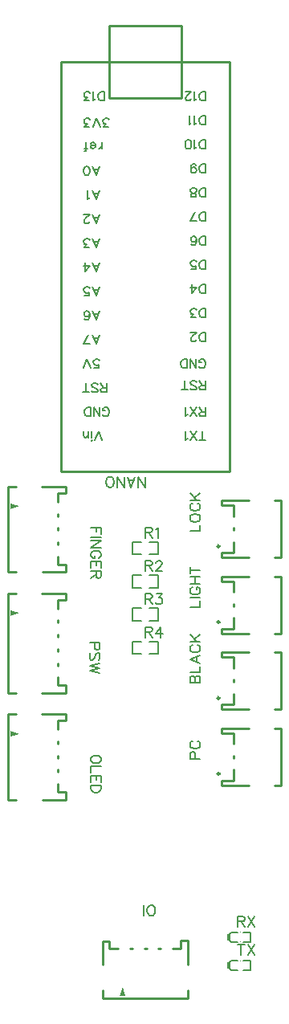
<source format=gto>
G04 Layer: TopSilkLayer*
G04 EasyEDA v6.4.25, 2021-11-07T18:49:49+08:00*
G04 17709bb464344bc48104dd2e4a5a7999,bf42d0b733a240ea811a95ecb7acc88b,10*
G04 Gerber Generator version 0.2*
G04 Scale: 100 percent, Rotated: No, Reflected: No *
G04 Dimensions in millimeters *
G04 leading zeros omitted , absolute positions ,4 integer and 5 decimal *
%FSLAX45Y45*%
%MOMM*%

%ADD10C,0.2540*%
%ADD22C,0.1524*%
%ADD23C,0.0762*%
%ADD24C,0.2032*%

%LPD*%
D22*
X1733397Y4713914D02*
G01*
X1624177Y4713914D01*
X1733397Y4713914D02*
G01*
X1733397Y4646350D01*
X1681327Y4713914D02*
G01*
X1681327Y4672258D01*
X1733397Y4612060D02*
G01*
X1624177Y4612060D01*
X1733397Y4577770D02*
G01*
X1624177Y4577770D01*
X1733397Y4577770D02*
G01*
X1624177Y4505126D01*
X1733397Y4505126D02*
G01*
X1624177Y4505126D01*
X1707235Y4392858D02*
G01*
X1717649Y4397938D01*
X1728063Y4408352D01*
X1733397Y4418766D01*
X1733397Y4439594D01*
X1728063Y4450008D01*
X1717649Y4460422D01*
X1707235Y4465502D01*
X1691741Y4470836D01*
X1665833Y4470836D01*
X1650085Y4465502D01*
X1639925Y4460422D01*
X1629511Y4450008D01*
X1624177Y4439594D01*
X1624177Y4418766D01*
X1629511Y4408352D01*
X1639925Y4397938D01*
X1650085Y4392858D01*
X1665833Y4392858D01*
X1665833Y4418766D02*
G01*
X1665833Y4392858D01*
X1733397Y4358568D02*
G01*
X1624177Y4358568D01*
X1733397Y4358568D02*
G01*
X1733397Y4291004D01*
X1681327Y4358568D02*
G01*
X1681327Y4316912D01*
X1624177Y4358568D02*
G01*
X1624177Y4291004D01*
X1733397Y4256714D02*
G01*
X1624177Y4256714D01*
X1733397Y4256714D02*
G01*
X1733397Y4209978D01*
X1728063Y4194230D01*
X1722983Y4189150D01*
X1712569Y4184070D01*
X1702155Y4184070D01*
X1691741Y4189150D01*
X1686661Y4194230D01*
X1681327Y4209978D01*
X1681327Y4256714D01*
X1681327Y4220392D02*
G01*
X1624177Y4184070D01*
X1733351Y2282672D02*
G01*
X1728017Y2293086D01*
X1717857Y2303500D01*
X1707443Y2308580D01*
X1691695Y2313914D01*
X1665787Y2313914D01*
X1650293Y2308580D01*
X1639879Y2303500D01*
X1629465Y2293086D01*
X1624131Y2282672D01*
X1624131Y2261844D01*
X1629465Y2251430D01*
X1639879Y2241270D01*
X1650293Y2235936D01*
X1665787Y2230856D01*
X1691695Y2230856D01*
X1707443Y2235936D01*
X1717857Y2241270D01*
X1728017Y2251430D01*
X1733351Y2261844D01*
X1733351Y2282672D01*
X1733351Y2196566D02*
G01*
X1624131Y2196566D01*
X1624131Y2196566D02*
G01*
X1624131Y2134082D01*
X1733351Y2099792D02*
G01*
X1624131Y2099792D01*
X1733351Y2099792D02*
G01*
X1733351Y2032228D01*
X1681281Y2099792D02*
G01*
X1681281Y2058390D01*
X1624131Y2099792D02*
G01*
X1624131Y2032228D01*
X1733351Y1997938D02*
G01*
X1624131Y1997938D01*
X1733351Y1997938D02*
G01*
X1733351Y1961616D01*
X1728017Y1946122D01*
X1717857Y1935708D01*
X1707443Y1930374D01*
X1691695Y1925294D01*
X1665787Y1925294D01*
X1650293Y1930374D01*
X1639879Y1935708D01*
X1629465Y1946122D01*
X1624131Y1961616D01*
X1624131Y1997938D01*
X2186177Y733297D02*
G01*
X2186177Y624331D01*
X2251456Y733297D02*
G01*
X2241295Y728218D01*
X2230881Y717804D01*
X2225547Y707389D01*
X2220468Y691895D01*
X2220468Y665734D01*
X2225547Y650239D01*
X2230881Y639826D01*
X2241295Y629412D01*
X2251456Y624331D01*
X2272284Y624331D01*
X2282697Y629412D01*
X2293111Y639826D01*
X2298445Y650239D01*
X2303525Y665734D01*
X2303525Y691895D01*
X2298445Y707389D01*
X2293111Y717804D01*
X2282697Y728218D01*
X2272284Y733297D01*
X2251456Y733297D01*
X1720545Y3501217D02*
G01*
X1611579Y3501217D01*
X1720545Y3501217D02*
G01*
X1720545Y3454481D01*
X1715465Y3438733D01*
X1710131Y3433653D01*
X1699971Y3428573D01*
X1684223Y3428573D01*
X1673809Y3433653D01*
X1668729Y3438733D01*
X1663395Y3454481D01*
X1663395Y3501217D01*
X1705051Y3321385D02*
G01*
X1715465Y3331799D01*
X1720545Y3347293D01*
X1720545Y3368121D01*
X1715465Y3383869D01*
X1705051Y3394283D01*
X1694637Y3394283D01*
X1684223Y3388949D01*
X1679143Y3383869D01*
X1673809Y3373455D01*
X1663395Y3342213D01*
X1658315Y3331799D01*
X1652981Y3326719D01*
X1642821Y3321385D01*
X1627073Y3321385D01*
X1616659Y3331799D01*
X1611579Y3347293D01*
X1611579Y3368121D01*
X1616659Y3383869D01*
X1627073Y3394283D01*
X1720545Y3287095D02*
G01*
X1611579Y3261187D01*
X1720545Y3235279D02*
G01*
X1611579Y3261187D01*
X1720545Y3235279D02*
G01*
X1611579Y3209117D01*
X1720545Y3183209D02*
G01*
X1611579Y3209117D01*
X2669733Y4679721D02*
G01*
X2778953Y4679721D01*
X2778953Y4679721D02*
G01*
X2778953Y4742205D01*
X2669733Y4807737D02*
G01*
X2675067Y4797323D01*
X2685481Y4786909D01*
X2695895Y4781575D01*
X2711389Y4776495D01*
X2737297Y4776495D01*
X2753045Y4781575D01*
X2763459Y4786909D01*
X2773873Y4797323D01*
X2778953Y4807737D01*
X2778953Y4828311D01*
X2773873Y4838725D01*
X2763459Y4849139D01*
X2753045Y4854473D01*
X2737297Y4859553D01*
X2711389Y4859553D01*
X2695895Y4854473D01*
X2685481Y4849139D01*
X2675067Y4838725D01*
X2669733Y4828311D01*
X2669733Y4807737D01*
X2695895Y4971821D02*
G01*
X2685481Y4966487D01*
X2675067Y4956327D01*
X2669733Y4945913D01*
X2669733Y4925085D01*
X2675067Y4914671D01*
X2685481Y4904257D01*
X2695895Y4899177D01*
X2711389Y4893843D01*
X2737297Y4893843D01*
X2753045Y4899177D01*
X2763459Y4904257D01*
X2773873Y4914671D01*
X2778953Y4925085D01*
X2778953Y4945913D01*
X2773873Y4956327D01*
X2763459Y4966487D01*
X2753045Y4971821D01*
X2669733Y5006111D02*
G01*
X2778953Y5006111D01*
X2669733Y5078755D02*
G01*
X2742631Y5006111D01*
X2716723Y5032019D02*
G01*
X2778953Y5078755D01*
X2669832Y3879720D02*
G01*
X2779052Y3879720D01*
X2779052Y3879720D02*
G01*
X2779052Y3942204D01*
X2669832Y3976494D02*
G01*
X2779052Y3976494D01*
X2695740Y4088762D02*
G01*
X2685326Y4083428D01*
X2675166Y4073014D01*
X2669832Y4062600D01*
X2669832Y4042026D01*
X2675166Y4031612D01*
X2685326Y4021198D01*
X2695740Y4015864D01*
X2711488Y4010784D01*
X2737396Y4010784D01*
X2752890Y4015864D01*
X2763304Y4021198D01*
X2773718Y4031612D01*
X2779052Y4042026D01*
X2779052Y4062600D01*
X2773718Y4073014D01*
X2763304Y4083428D01*
X2752890Y4088762D01*
X2737396Y4088762D01*
X2737396Y4062600D02*
G01*
X2737396Y4088762D01*
X2669832Y4123052D02*
G01*
X2779052Y4123052D01*
X2669832Y4195696D02*
G01*
X2779052Y4195696D01*
X2721902Y4123052D02*
G01*
X2721902Y4195696D01*
X2669832Y4266308D02*
G01*
X2779052Y4266308D01*
X2669832Y4229986D02*
G01*
X2669832Y4302630D01*
X2669931Y3079719D02*
G01*
X2778897Y3079719D01*
X2669931Y3079719D02*
G01*
X2669931Y3126455D01*
X2675011Y3142203D01*
X2680345Y3147283D01*
X2690759Y3152617D01*
X2700919Y3152617D01*
X2711333Y3147283D01*
X2716667Y3142203D01*
X2721747Y3126455D01*
X2721747Y3079719D02*
G01*
X2721747Y3126455D01*
X2727081Y3142203D01*
X2732161Y3147283D01*
X2742575Y3152617D01*
X2758069Y3152617D01*
X2768483Y3147283D01*
X2773817Y3142203D01*
X2778897Y3126455D01*
X2778897Y3079719D01*
X2669931Y3186907D02*
G01*
X2778897Y3186907D01*
X2778897Y3186907D02*
G01*
X2778897Y3249137D01*
X2669931Y3325083D02*
G01*
X2778897Y3283427D01*
X2669931Y3325083D02*
G01*
X2778897Y3366485D01*
X2742575Y3299175D02*
G01*
X2742575Y3350991D01*
X2695839Y3478753D02*
G01*
X2685425Y3473673D01*
X2675011Y3463259D01*
X2669931Y3452845D01*
X2669931Y3432017D01*
X2675011Y3421603D01*
X2685425Y3411189D01*
X2695839Y3406109D01*
X2711333Y3400775D01*
X2737495Y3400775D01*
X2752989Y3406109D01*
X2763403Y3411189D01*
X2773817Y3421603D01*
X2778897Y3432017D01*
X2778897Y3452845D01*
X2773817Y3463259D01*
X2763403Y3473673D01*
X2752989Y3478753D01*
X2669931Y3513043D02*
G01*
X2778897Y3513043D01*
X2669931Y3585941D02*
G01*
X2742575Y3513043D01*
X2716667Y3539205D02*
G01*
X2778897Y3585941D01*
X2669778Y2279721D02*
G01*
X2778998Y2279721D01*
X2669778Y2279721D02*
G01*
X2669778Y2326457D01*
X2675112Y2342205D01*
X2680192Y2347285D01*
X2690606Y2352619D01*
X2706100Y2352619D01*
X2716514Y2347285D01*
X2721848Y2342205D01*
X2726928Y2326457D01*
X2726928Y2279721D01*
X2695940Y2464887D02*
G01*
X2685526Y2459553D01*
X2675112Y2449139D01*
X2669778Y2438725D01*
X2669778Y2417897D01*
X2675112Y2407737D01*
X2685526Y2397323D01*
X2695940Y2391989D01*
X2711434Y2386909D01*
X2737342Y2386909D01*
X2753090Y2391989D01*
X2763250Y2397323D01*
X2773664Y2407737D01*
X2778998Y2417897D01*
X2778998Y2438725D01*
X2773664Y2449139D01*
X2763250Y2459553D01*
X2753090Y2464887D01*
X3174491Y616965D02*
G01*
X3174491Y507745D01*
X3174491Y616965D02*
G01*
X3221481Y616965D01*
X3236975Y611631D01*
X3242056Y606552D01*
X3247390Y596137D01*
X3247390Y585723D01*
X3242056Y575310D01*
X3236975Y570229D01*
X3221481Y564895D01*
X3174491Y564895D01*
X3211068Y564895D02*
G01*
X3247390Y507745D01*
X3281679Y616965D02*
G01*
X3354324Y507745D01*
X3354324Y616965D02*
G01*
X3281679Y507745D01*
X3211068Y316992D02*
G01*
X3211068Y207771D01*
X3174491Y316992D02*
G01*
X3247390Y316992D01*
X3281679Y316992D02*
G01*
X3354324Y207771D01*
X3354324Y316992D02*
G01*
X3281679Y207771D01*
X2200000Y4716917D02*
G01*
X2200000Y4607951D01*
X2200000Y4716917D02*
G01*
X2246736Y4716917D01*
X2262230Y4711837D01*
X2267564Y4706503D01*
X2272644Y4696089D01*
X2272644Y4685675D01*
X2267564Y4675261D01*
X2262230Y4670181D01*
X2246736Y4665101D01*
X2200000Y4665101D01*
X2236322Y4665101D02*
G01*
X2272644Y4607951D01*
X2306934Y4696089D02*
G01*
X2317348Y4701423D01*
X2333096Y4716917D01*
X2333096Y4607951D01*
X2200000Y4366915D02*
G01*
X2200000Y4257949D01*
X2200000Y4366915D02*
G01*
X2246736Y4366915D01*
X2262230Y4361835D01*
X2267564Y4356501D01*
X2272644Y4346087D01*
X2272644Y4335673D01*
X2267564Y4325259D01*
X2262230Y4320179D01*
X2246736Y4315099D01*
X2200000Y4315099D01*
X2236322Y4315099D02*
G01*
X2272644Y4257949D01*
X2312268Y4341007D02*
G01*
X2312268Y4346087D01*
X2317348Y4356501D01*
X2322682Y4361835D01*
X2333096Y4366915D01*
X2353670Y4366915D01*
X2364084Y4361835D01*
X2369418Y4356501D01*
X2374498Y4346087D01*
X2374498Y4335673D01*
X2369418Y4325259D01*
X2359004Y4309765D01*
X2306934Y4257949D01*
X2379832Y4257949D01*
X2200000Y4016916D02*
G01*
X2200000Y3907950D01*
X2200000Y4016916D02*
G01*
X2246736Y4016916D01*
X2262230Y4011836D01*
X2267564Y4006502D01*
X2272644Y3996088D01*
X2272644Y3985674D01*
X2267564Y3975260D01*
X2262230Y3970180D01*
X2246736Y3965100D01*
X2200000Y3965100D01*
X2236322Y3965100D02*
G01*
X2272644Y3907950D01*
X2317348Y4016916D02*
G01*
X2374498Y4016916D01*
X2343510Y3975260D01*
X2359004Y3975260D01*
X2369418Y3970180D01*
X2374498Y3965100D01*
X2379832Y3949352D01*
X2379832Y3938938D01*
X2374498Y3923444D01*
X2364084Y3913030D01*
X2348590Y3907950D01*
X2333096Y3907950D01*
X2317348Y3913030D01*
X2312268Y3918110D01*
X2306934Y3928524D01*
X2200000Y3666916D02*
G01*
X2200000Y3557950D01*
X2200000Y3666916D02*
G01*
X2246736Y3666916D01*
X2262230Y3661836D01*
X2267564Y3656502D01*
X2272644Y3646088D01*
X2272644Y3635674D01*
X2267564Y3625260D01*
X2262230Y3620180D01*
X2246736Y3615100D01*
X2200000Y3615100D01*
X2236322Y3615100D02*
G01*
X2272644Y3557950D01*
X2359004Y3666916D02*
G01*
X2306934Y3594272D01*
X2384912Y3594272D01*
X2359004Y3666916D02*
G01*
X2359004Y3557950D01*
X2200107Y5142484D02*
G01*
X2200107Y5251450D01*
X2200107Y5142484D02*
G01*
X2127209Y5251450D01*
X2127209Y5142484D02*
G01*
X2127209Y5251450D01*
X2051517Y5142484D02*
G01*
X2092919Y5251450D01*
X2051517Y5142484D02*
G01*
X2009861Y5251450D01*
X2077425Y5215128D02*
G01*
X2025355Y5215128D01*
X1975571Y5142484D02*
G01*
X1975571Y5251450D01*
X1975571Y5142484D02*
G01*
X1902927Y5251450D01*
X1902927Y5142484D02*
G01*
X1902927Y5251450D01*
X1837395Y5142484D02*
G01*
X1847809Y5147563D01*
X1858223Y5157978D01*
X1863303Y5168392D01*
X1868637Y5184139D01*
X1868637Y5210047D01*
X1863303Y5225542D01*
X1858223Y5235955D01*
X1847809Y5246370D01*
X1837395Y5251450D01*
X1816567Y5251450D01*
X1806153Y5246370D01*
X1795739Y5235955D01*
X1790659Y5225542D01*
X1785325Y5210047D01*
X1785325Y5184139D01*
X1790659Y5168392D01*
X1795739Y5157978D01*
X1806153Y5147563D01*
X1816567Y5142484D01*
X1837395Y5142484D01*
D24*
X2802742Y5634228D02*
G01*
X2802742Y5731255D01*
X2835000Y5634228D02*
G01*
X2770230Y5634228D01*
X2739750Y5634228D02*
G01*
X2675234Y5731255D01*
X2675234Y5634228D02*
G01*
X2739750Y5731255D01*
X2644754Y5652770D02*
G01*
X2635610Y5647944D01*
X2621640Y5634228D01*
X2621640Y5731255D01*
X1749658Y5911342D02*
G01*
X1754230Y5901944D01*
X1763628Y5892800D01*
X1772772Y5888228D01*
X1791314Y5888228D01*
X1800458Y5892800D01*
X1809856Y5901944D01*
X1814428Y5911342D01*
X1819000Y5925057D01*
X1819000Y5948171D01*
X1814428Y5962142D01*
X1809856Y5971286D01*
X1800458Y5980429D01*
X1791314Y5985255D01*
X1772772Y5985255D01*
X1763628Y5980429D01*
X1754230Y5971286D01*
X1749658Y5962142D01*
X1749658Y5948171D01*
X1772772Y5948171D02*
G01*
X1749658Y5948171D01*
X1719178Y5888228D02*
G01*
X1719178Y5985255D01*
X1719178Y5888228D02*
G01*
X1654662Y5985255D01*
X1654662Y5888228D02*
G01*
X1654662Y5985255D01*
X1624182Y5888228D02*
G01*
X1624182Y5985255D01*
X1624182Y5888228D02*
G01*
X1591670Y5888228D01*
X1577954Y5892800D01*
X1568810Y5901944D01*
X1563984Y5911342D01*
X1559412Y5925057D01*
X1559412Y5948171D01*
X1563984Y5962142D01*
X1568810Y5971286D01*
X1577954Y5980429D01*
X1591670Y5985255D01*
X1624182Y5985255D01*
X1662028Y6396228D02*
G01*
X1708256Y6396228D01*
X1712828Y6437629D01*
X1708256Y6433057D01*
X1694286Y6428486D01*
X1680570Y6428486D01*
X1666600Y6433057D01*
X1657456Y6442455D01*
X1652630Y6456171D01*
X1652630Y6465570D01*
X1657456Y6479286D01*
X1666600Y6488429D01*
X1680570Y6493255D01*
X1694286Y6493255D01*
X1708256Y6488429D01*
X1712828Y6483857D01*
X1717400Y6474713D01*
X1622150Y6396228D02*
G01*
X1585320Y6493255D01*
X1548490Y6396228D02*
G01*
X1585320Y6493255D01*
X2835000Y9215628D02*
G01*
X2835000Y9312655D01*
X2835000Y9215628D02*
G01*
X2802742Y9215628D01*
X2788772Y9220200D01*
X2779628Y9229344D01*
X2775056Y9238742D01*
X2770230Y9252458D01*
X2770230Y9275571D01*
X2775056Y9289542D01*
X2779628Y9298686D01*
X2788772Y9307829D01*
X2802742Y9312655D01*
X2835000Y9312655D01*
X2739750Y9234170D02*
G01*
X2730606Y9229344D01*
X2716890Y9215628D01*
X2716890Y9312655D01*
X2681584Y9238742D02*
G01*
X2681584Y9234170D01*
X2677012Y9224771D01*
X2672440Y9220200D01*
X2663296Y9215628D01*
X2644754Y9215628D01*
X2635610Y9220200D01*
X2630784Y9224771D01*
X2626212Y9234170D01*
X2626212Y9243313D01*
X2630784Y9252458D01*
X2640182Y9266428D01*
X2686410Y9312655D01*
X2621640Y9312655D01*
X1742800Y5634228D02*
G01*
X1705970Y5731255D01*
X1668886Y5634228D02*
G01*
X1705970Y5731255D01*
X1638406Y5634228D02*
G01*
X1633834Y5638800D01*
X1629262Y5634228D01*
X1633834Y5629655D01*
X1638406Y5634228D01*
X1633834Y5666486D02*
G01*
X1633834Y5731255D01*
X1598782Y5666486D02*
G01*
X1598782Y5731255D01*
X1598782Y5685028D02*
G01*
X1584812Y5671057D01*
X1575668Y5666486D01*
X1561698Y5666486D01*
X1552554Y5671057D01*
X1547982Y5685028D01*
X1547982Y5731255D01*
X1768200Y9215628D02*
G01*
X1768200Y9312655D01*
X1768200Y9215628D02*
G01*
X1735942Y9215628D01*
X1721972Y9220200D01*
X1712828Y9229344D01*
X1708256Y9238742D01*
X1703430Y9252458D01*
X1703430Y9275571D01*
X1708256Y9289542D01*
X1712828Y9298686D01*
X1721972Y9307829D01*
X1735942Y9312655D01*
X1768200Y9312655D01*
X1672950Y9234170D02*
G01*
X1663806Y9229344D01*
X1650090Y9215628D01*
X1650090Y9312655D01*
X1610212Y9215628D02*
G01*
X1559412Y9215628D01*
X1587098Y9252458D01*
X1573382Y9252458D01*
X1563984Y9257029D01*
X1559412Y9261855D01*
X1554840Y9275571D01*
X1554840Y9284970D01*
X1559412Y9298686D01*
X1568810Y9307829D01*
X1582526Y9312655D01*
X1596496Y9312655D01*
X1610212Y9307829D01*
X1614784Y9303258D01*
X1619610Y9294113D01*
X2765658Y6419342D02*
G01*
X2770230Y6409944D01*
X2779628Y6400800D01*
X2788772Y6396228D01*
X2807314Y6396228D01*
X2816458Y6400800D01*
X2825856Y6409944D01*
X2830428Y6419342D01*
X2835000Y6433057D01*
X2835000Y6456171D01*
X2830428Y6470142D01*
X2825856Y6479286D01*
X2816458Y6488429D01*
X2807314Y6493255D01*
X2788772Y6493255D01*
X2779628Y6488429D01*
X2770230Y6479286D01*
X2765658Y6470142D01*
X2765658Y6456171D01*
X2788772Y6456171D02*
G01*
X2765658Y6456171D01*
X2735178Y6396228D02*
G01*
X2735178Y6493255D01*
X2735178Y6396228D02*
G01*
X2670662Y6493255D01*
X2670662Y6396228D02*
G01*
X2670662Y6493255D01*
X2640182Y6396228D02*
G01*
X2640182Y6493255D01*
X2640182Y6396228D02*
G01*
X2607670Y6396228D01*
X2593954Y6400800D01*
X2584810Y6409944D01*
X2579984Y6419342D01*
X2575412Y6433057D01*
X2575412Y6456171D01*
X2579984Y6470142D01*
X2584810Y6479286D01*
X2593954Y6488429D01*
X2607670Y6493255D01*
X2640182Y6493255D01*
X2835000Y5888228D02*
G01*
X2835000Y5985255D01*
X2835000Y5888228D02*
G01*
X2793344Y5888228D01*
X2779628Y5892800D01*
X2775056Y5897371D01*
X2770230Y5906770D01*
X2770230Y5915913D01*
X2775056Y5925057D01*
X2779628Y5929629D01*
X2793344Y5934455D01*
X2835000Y5934455D01*
X2802742Y5934455D02*
G01*
X2770230Y5985255D01*
X2739750Y5888228D02*
G01*
X2675234Y5985255D01*
X2675234Y5888228D02*
G01*
X2739750Y5985255D01*
X2644754Y5906770D02*
G01*
X2635610Y5901944D01*
X2621640Y5888228D01*
X2621640Y5985255D01*
X2835000Y6167628D02*
G01*
X2835000Y6264655D01*
X2835000Y6167628D02*
G01*
X2793344Y6167628D01*
X2779628Y6172200D01*
X2775056Y6176771D01*
X2770230Y6186170D01*
X2770230Y6195313D01*
X2775056Y6204457D01*
X2779628Y6209029D01*
X2793344Y6213855D01*
X2835000Y6213855D01*
X2802742Y6213855D02*
G01*
X2770230Y6264655D01*
X2675234Y6181344D02*
G01*
X2684378Y6172200D01*
X2698348Y6167628D01*
X2716890Y6167628D01*
X2730606Y6172200D01*
X2739750Y6181344D01*
X2739750Y6190742D01*
X2735178Y6199886D01*
X2730606Y6204457D01*
X2721462Y6209029D01*
X2693776Y6218428D01*
X2684378Y6223000D01*
X2679806Y6227571D01*
X2675234Y6236970D01*
X2675234Y6250686D01*
X2684378Y6259829D01*
X2698348Y6264655D01*
X2716890Y6264655D01*
X2730606Y6259829D01*
X2739750Y6250686D01*
X2612496Y6167628D02*
G01*
X2612496Y6264655D01*
X2644754Y6167628D02*
G01*
X2579984Y6167628D01*
X2835000Y6675628D02*
G01*
X2835000Y6772655D01*
X2835000Y6675628D02*
G01*
X2802742Y6675628D01*
X2788772Y6680200D01*
X2779628Y6689344D01*
X2775056Y6698742D01*
X2770230Y6712458D01*
X2770230Y6735571D01*
X2775056Y6749542D01*
X2779628Y6758686D01*
X2788772Y6767829D01*
X2802742Y6772655D01*
X2835000Y6772655D01*
X2735178Y6698742D02*
G01*
X2735178Y6694170D01*
X2730606Y6684771D01*
X2726034Y6680200D01*
X2716890Y6675628D01*
X2698348Y6675628D01*
X2688950Y6680200D01*
X2684378Y6684771D01*
X2679806Y6694170D01*
X2679806Y6703313D01*
X2684378Y6712458D01*
X2693776Y6726428D01*
X2739750Y6772655D01*
X2675234Y6772655D01*
X2835000Y6929628D02*
G01*
X2835000Y7026655D01*
X2835000Y6929628D02*
G01*
X2802742Y6929628D01*
X2788772Y6934200D01*
X2779628Y6943344D01*
X2775056Y6952742D01*
X2770230Y6966458D01*
X2770230Y6989571D01*
X2775056Y7003542D01*
X2779628Y7012686D01*
X2788772Y7021829D01*
X2802742Y7026655D01*
X2835000Y7026655D01*
X2730606Y6929628D02*
G01*
X2679806Y6929628D01*
X2707492Y6966458D01*
X2693776Y6966458D01*
X2684378Y6971029D01*
X2679806Y6975855D01*
X2675234Y6989571D01*
X2675234Y6998970D01*
X2679806Y7012686D01*
X2688950Y7021829D01*
X2702920Y7026655D01*
X2716890Y7026655D01*
X2730606Y7021829D01*
X2735178Y7017258D01*
X2739750Y7008113D01*
X2835000Y7183628D02*
G01*
X2835000Y7280655D01*
X2835000Y7183628D02*
G01*
X2802742Y7183628D01*
X2788772Y7188200D01*
X2779628Y7197344D01*
X2775056Y7206742D01*
X2770230Y7220458D01*
X2770230Y7243571D01*
X2775056Y7257542D01*
X2779628Y7266686D01*
X2788772Y7275829D01*
X2802742Y7280655D01*
X2835000Y7280655D01*
X2693776Y7183628D02*
G01*
X2739750Y7248144D01*
X2670662Y7248144D01*
X2693776Y7183628D02*
G01*
X2693776Y7280655D01*
X2835000Y7437628D02*
G01*
X2835000Y7534655D01*
X2835000Y7437628D02*
G01*
X2802742Y7437628D01*
X2788772Y7442200D01*
X2779628Y7451344D01*
X2775056Y7460742D01*
X2770230Y7474458D01*
X2770230Y7497571D01*
X2775056Y7511542D01*
X2779628Y7520686D01*
X2788772Y7529829D01*
X2802742Y7534655D01*
X2835000Y7534655D01*
X2684378Y7437628D02*
G01*
X2730606Y7437628D01*
X2735178Y7479029D01*
X2730606Y7474458D01*
X2716890Y7469886D01*
X2702920Y7469886D01*
X2688950Y7474458D01*
X2679806Y7483855D01*
X2675234Y7497571D01*
X2675234Y7506970D01*
X2679806Y7520686D01*
X2688950Y7529829D01*
X2702920Y7534655D01*
X2716890Y7534655D01*
X2730606Y7529829D01*
X2735178Y7525258D01*
X2739750Y7516113D01*
X2835000Y7691628D02*
G01*
X2835000Y7788655D01*
X2835000Y7691628D02*
G01*
X2802742Y7691628D01*
X2788772Y7696200D01*
X2779628Y7705344D01*
X2775056Y7714742D01*
X2770230Y7728458D01*
X2770230Y7751571D01*
X2775056Y7765542D01*
X2779628Y7774686D01*
X2788772Y7783829D01*
X2802742Y7788655D01*
X2835000Y7788655D01*
X2684378Y7705344D02*
G01*
X2688950Y7696200D01*
X2702920Y7691628D01*
X2712064Y7691628D01*
X2726034Y7696200D01*
X2735178Y7710170D01*
X2739750Y7733029D01*
X2739750Y7756144D01*
X2735178Y7774686D01*
X2726034Y7783829D01*
X2712064Y7788655D01*
X2707492Y7788655D01*
X2693776Y7783829D01*
X2684378Y7774686D01*
X2679806Y7760970D01*
X2679806Y7756144D01*
X2684378Y7742428D01*
X2693776Y7733029D01*
X2707492Y7728458D01*
X2712064Y7728458D01*
X2726034Y7733029D01*
X2735178Y7742428D01*
X2739750Y7756144D01*
X2835000Y7945628D02*
G01*
X2835000Y8042655D01*
X2835000Y7945628D02*
G01*
X2802742Y7945628D01*
X2788772Y7950200D01*
X2779628Y7959344D01*
X2775056Y7968742D01*
X2770230Y7982458D01*
X2770230Y8005571D01*
X2775056Y8019542D01*
X2779628Y8028686D01*
X2788772Y8037829D01*
X2802742Y8042655D01*
X2835000Y8042655D01*
X2675234Y7945628D02*
G01*
X2721462Y8042655D01*
X2739750Y7945628D02*
G01*
X2675234Y7945628D01*
X2835000Y8199628D02*
G01*
X2835000Y8296655D01*
X2835000Y8199628D02*
G01*
X2802742Y8199628D01*
X2788772Y8204200D01*
X2779628Y8213344D01*
X2775056Y8222742D01*
X2770230Y8236458D01*
X2770230Y8259571D01*
X2775056Y8273542D01*
X2779628Y8282686D01*
X2788772Y8291829D01*
X2802742Y8296655D01*
X2835000Y8296655D01*
X2716890Y8199628D02*
G01*
X2730606Y8204200D01*
X2735178Y8213344D01*
X2735178Y8222742D01*
X2730606Y8231886D01*
X2721462Y8236458D01*
X2702920Y8241029D01*
X2688950Y8245855D01*
X2679806Y8255000D01*
X2675234Y8264144D01*
X2675234Y8278113D01*
X2679806Y8287258D01*
X2684378Y8291829D01*
X2698348Y8296655D01*
X2716890Y8296655D01*
X2730606Y8291829D01*
X2735178Y8287258D01*
X2739750Y8278113D01*
X2739750Y8264144D01*
X2735178Y8255000D01*
X2726034Y8245855D01*
X2712064Y8241029D01*
X2693776Y8236458D01*
X2684378Y8231886D01*
X2679806Y8222742D01*
X2679806Y8213344D01*
X2684378Y8204200D01*
X2698348Y8199628D01*
X2716890Y8199628D01*
X2835000Y8453628D02*
G01*
X2835000Y8550655D01*
X2835000Y8453628D02*
G01*
X2802742Y8453628D01*
X2788772Y8458200D01*
X2779628Y8467344D01*
X2775056Y8476742D01*
X2770230Y8490458D01*
X2770230Y8513571D01*
X2775056Y8527542D01*
X2779628Y8536686D01*
X2788772Y8545829D01*
X2802742Y8550655D01*
X2835000Y8550655D01*
X2679806Y8485886D02*
G01*
X2684378Y8499855D01*
X2693776Y8509000D01*
X2707492Y8513571D01*
X2712064Y8513571D01*
X2726034Y8509000D01*
X2735178Y8499855D01*
X2739750Y8485886D01*
X2739750Y8481313D01*
X2735178Y8467344D01*
X2726034Y8458200D01*
X2712064Y8453628D01*
X2707492Y8453628D01*
X2693776Y8458200D01*
X2684378Y8467344D01*
X2679806Y8485886D01*
X2679806Y8509000D01*
X2684378Y8532113D01*
X2693776Y8545829D01*
X2707492Y8550655D01*
X2716890Y8550655D01*
X2730606Y8545829D01*
X2735178Y8536686D01*
X2835000Y8707628D02*
G01*
X2835000Y8804655D01*
X2835000Y8707628D02*
G01*
X2802742Y8707628D01*
X2788772Y8712200D01*
X2779628Y8721344D01*
X2775056Y8730742D01*
X2770230Y8744458D01*
X2770230Y8767571D01*
X2775056Y8781542D01*
X2779628Y8790686D01*
X2788772Y8799829D01*
X2802742Y8804655D01*
X2835000Y8804655D01*
X2739750Y8726170D02*
G01*
X2730606Y8721344D01*
X2716890Y8707628D01*
X2716890Y8804655D01*
X2658470Y8707628D02*
G01*
X2672440Y8712200D01*
X2681584Y8726170D01*
X2686410Y8749029D01*
X2686410Y8763000D01*
X2681584Y8786113D01*
X2672440Y8799829D01*
X2658470Y8804655D01*
X2649326Y8804655D01*
X2635610Y8799829D01*
X2626212Y8786113D01*
X2621640Y8763000D01*
X2621640Y8749029D01*
X2626212Y8726170D01*
X2635610Y8712200D01*
X2649326Y8707628D01*
X2658470Y8707628D01*
X2835000Y8961628D02*
G01*
X2835000Y9058655D01*
X2835000Y8961628D02*
G01*
X2802742Y8961628D01*
X2788772Y8966200D01*
X2779628Y8975344D01*
X2775056Y8984742D01*
X2770230Y8998458D01*
X2770230Y9021571D01*
X2775056Y9035542D01*
X2779628Y9044686D01*
X2788772Y9053829D01*
X2802742Y9058655D01*
X2835000Y9058655D01*
X2739750Y8980170D02*
G01*
X2730606Y8975344D01*
X2716890Y8961628D01*
X2716890Y9058655D01*
X2686410Y8980170D02*
G01*
X2677012Y8975344D01*
X2663296Y8961628D01*
X2663296Y9058655D01*
X1809856Y8936228D02*
G01*
X1759056Y8936228D01*
X1786742Y8973058D01*
X1772772Y8973058D01*
X1763628Y8977629D01*
X1759056Y8982455D01*
X1754230Y8996171D01*
X1754230Y9005570D01*
X1759056Y9019286D01*
X1768200Y9028429D01*
X1782170Y9033255D01*
X1795886Y9033255D01*
X1809856Y9028429D01*
X1814428Y9023858D01*
X1819000Y9014713D01*
X1723750Y8936228D02*
G01*
X1686920Y9033255D01*
X1650090Y8936228D02*
G01*
X1686920Y9033255D01*
X1610212Y8936228D02*
G01*
X1559412Y8936228D01*
X1587098Y8973058D01*
X1573382Y8973058D01*
X1563984Y8977629D01*
X1559412Y8982455D01*
X1554840Y8996171D01*
X1554840Y9005570D01*
X1559412Y9019286D01*
X1568810Y9028429D01*
X1582526Y9033255D01*
X1596496Y9033255D01*
X1610212Y9028429D01*
X1614784Y9023858D01*
X1619610Y9014713D01*
X1742800Y8714486D02*
G01*
X1742800Y8779255D01*
X1742800Y8742171D02*
G01*
X1738228Y8728455D01*
X1728830Y8719058D01*
X1719686Y8714486D01*
X1705970Y8714486D01*
X1675490Y8742171D02*
G01*
X1619864Y8742171D01*
X1619864Y8733028D01*
X1624690Y8723629D01*
X1629262Y8719058D01*
X1638406Y8714486D01*
X1652376Y8714486D01*
X1661520Y8719058D01*
X1670664Y8728455D01*
X1675490Y8742171D01*
X1675490Y8751570D01*
X1670664Y8765286D01*
X1661520Y8774429D01*
X1652376Y8779255D01*
X1638406Y8779255D01*
X1629262Y8774429D01*
X1619864Y8765286D01*
X1552554Y8682228D02*
G01*
X1561698Y8682228D01*
X1571096Y8686800D01*
X1575668Y8700770D01*
X1575668Y8779255D01*
X1589384Y8714486D02*
G01*
X1557126Y8714486D01*
X1680570Y8428228D02*
G01*
X1717400Y8525255D01*
X1680570Y8428228D02*
G01*
X1643486Y8525255D01*
X1703430Y8492744D02*
G01*
X1657456Y8492744D01*
X1585320Y8428228D02*
G01*
X1599290Y8432800D01*
X1608434Y8446770D01*
X1613006Y8469629D01*
X1613006Y8483600D01*
X1608434Y8506713D01*
X1599290Y8520429D01*
X1585320Y8525255D01*
X1576176Y8525255D01*
X1562206Y8520429D01*
X1553062Y8506713D01*
X1548490Y8483600D01*
X1548490Y8469629D01*
X1553062Y8446770D01*
X1562206Y8432800D01*
X1576176Y8428228D01*
X1585320Y8428228D01*
X1680570Y8174228D02*
G01*
X1717400Y8271255D01*
X1680570Y8174228D02*
G01*
X1643486Y8271255D01*
X1703430Y8238744D02*
G01*
X1657456Y8238744D01*
X1613006Y8192770D02*
G01*
X1603862Y8187944D01*
X1589892Y8174228D01*
X1589892Y8271255D01*
X1680570Y7920228D02*
G01*
X1717400Y8017255D01*
X1680570Y7920228D02*
G01*
X1643486Y8017255D01*
X1703430Y7984744D02*
G01*
X1657456Y7984744D01*
X1608434Y7943342D02*
G01*
X1608434Y7938770D01*
X1603862Y7929371D01*
X1599290Y7924800D01*
X1589892Y7920228D01*
X1571350Y7920228D01*
X1562206Y7924800D01*
X1557634Y7929371D01*
X1553062Y7938770D01*
X1553062Y7947913D01*
X1557634Y7957058D01*
X1566778Y7971028D01*
X1613006Y8017255D01*
X1548490Y8017255D01*
X1680570Y7666228D02*
G01*
X1717400Y7763255D01*
X1680570Y7666228D02*
G01*
X1643486Y7763255D01*
X1703430Y7730744D02*
G01*
X1657456Y7730744D01*
X1603862Y7666228D02*
G01*
X1553062Y7666228D01*
X1580748Y7703058D01*
X1566778Y7703058D01*
X1557634Y7707629D01*
X1553062Y7712455D01*
X1548490Y7726171D01*
X1548490Y7735570D01*
X1553062Y7749286D01*
X1562206Y7758429D01*
X1576176Y7763255D01*
X1589892Y7763255D01*
X1603862Y7758429D01*
X1608434Y7753858D01*
X1613006Y7744713D01*
X1680570Y7412228D02*
G01*
X1717400Y7509255D01*
X1680570Y7412228D02*
G01*
X1643486Y7509255D01*
X1703430Y7476744D02*
G01*
X1657456Y7476744D01*
X1566778Y7412228D02*
G01*
X1613006Y7476744D01*
X1543664Y7476744D01*
X1566778Y7412228D02*
G01*
X1566778Y7509255D01*
X1680570Y7158228D02*
G01*
X1717400Y7255255D01*
X1680570Y7158228D02*
G01*
X1643486Y7255255D01*
X1703430Y7222744D02*
G01*
X1657456Y7222744D01*
X1557634Y7158228D02*
G01*
X1603862Y7158228D01*
X1608434Y7199629D01*
X1603862Y7195058D01*
X1589892Y7190486D01*
X1576176Y7190486D01*
X1562206Y7195058D01*
X1553062Y7204455D01*
X1548490Y7218171D01*
X1548490Y7227570D01*
X1553062Y7241286D01*
X1562206Y7250429D01*
X1576176Y7255255D01*
X1589892Y7255255D01*
X1603862Y7250429D01*
X1608434Y7245858D01*
X1613006Y7236713D01*
X1680570Y6904228D02*
G01*
X1717400Y7001255D01*
X1680570Y6904228D02*
G01*
X1643486Y7001255D01*
X1703430Y6968744D02*
G01*
X1657456Y6968744D01*
X1557634Y6917944D02*
G01*
X1562206Y6908800D01*
X1576176Y6904228D01*
X1585320Y6904228D01*
X1599290Y6908800D01*
X1608434Y6922770D01*
X1613006Y6945629D01*
X1613006Y6968744D01*
X1608434Y6987286D01*
X1599290Y6996429D01*
X1585320Y7001255D01*
X1580748Y7001255D01*
X1566778Y6996429D01*
X1557634Y6987286D01*
X1553062Y6973570D01*
X1553062Y6968744D01*
X1557634Y6955028D01*
X1566778Y6945629D01*
X1580748Y6941058D01*
X1585320Y6941058D01*
X1599290Y6945629D01*
X1608434Y6955028D01*
X1613006Y6968744D01*
X1680570Y6650228D02*
G01*
X1717400Y6747255D01*
X1680570Y6650228D02*
G01*
X1643486Y6747255D01*
X1703430Y6714744D02*
G01*
X1657456Y6714744D01*
X1548490Y6650228D02*
G01*
X1594464Y6747255D01*
X1613006Y6650228D02*
G01*
X1548490Y6650228D01*
X1793600Y6142228D02*
G01*
X1793600Y6239255D01*
X1793600Y6142228D02*
G01*
X1751944Y6142228D01*
X1738228Y6146800D01*
X1733656Y6151371D01*
X1728830Y6160770D01*
X1728830Y6169913D01*
X1733656Y6179057D01*
X1738228Y6183629D01*
X1751944Y6188455D01*
X1793600Y6188455D01*
X1761342Y6188455D02*
G01*
X1728830Y6239255D01*
X1633834Y6155944D02*
G01*
X1642978Y6146800D01*
X1656948Y6142228D01*
X1675490Y6142228D01*
X1689206Y6146800D01*
X1698350Y6155944D01*
X1698350Y6165342D01*
X1693778Y6174486D01*
X1689206Y6179057D01*
X1680062Y6183629D01*
X1652376Y6193028D01*
X1642978Y6197600D01*
X1638406Y6202171D01*
X1633834Y6211570D01*
X1633834Y6225286D01*
X1642978Y6234429D01*
X1656948Y6239255D01*
X1675490Y6239255D01*
X1689206Y6234429D01*
X1698350Y6225286D01*
X1571096Y6142228D02*
G01*
X1571096Y6239255D01*
X1603354Y6142228D02*
G01*
X1538584Y6142228D01*
G36*
X779983Y4969967D02*
G01*
X779983Y4909972D01*
X870000Y4939995D01*
G37*
G36*
X779983Y2569972D02*
G01*
X779983Y2509977D01*
X870000Y2540000D01*
G37*
G36*
X1960016Y-129997D02*
G01*
X1929993Y-220014D01*
X1990039Y-220014D01*
G37*
G36*
X779983Y3845001D02*
G01*
X779983Y3785006D01*
X870000Y3814978D01*
G37*
G36*
X3061004Y434593D02*
G01*
X3061004Y365404D01*
X3076244Y365404D01*
X3076244Y434593D01*
G37*
G36*
X3061004Y134620D02*
G01*
X3061004Y65379D01*
X3076244Y65379D01*
X3076244Y134620D01*
G37*
D10*
X1277495Y4562434D02*
G01*
X1277495Y4537555D01*
X1359997Y4249000D02*
G01*
X1359997Y4328995D01*
X1280002Y4328995D01*
X1280002Y4411441D01*
X1113116Y4249000D02*
G01*
X1359997Y4249000D01*
X754999Y4249000D02*
G01*
X836884Y4249000D01*
X752495Y5149992D02*
G01*
X752495Y4250001D01*
X1277495Y4987554D02*
G01*
X1277495Y5079994D01*
X1277495Y4837554D02*
G01*
X1277495Y4862433D01*
X1277495Y4687554D02*
G01*
X1277495Y4712434D01*
X1357495Y5149992D02*
G01*
X1357495Y5079994D01*
X1277495Y5079994D01*
X1110609Y5149992D02*
G01*
X1357495Y5149992D01*
X752495Y5149992D02*
G01*
X834379Y5149992D01*
X1277495Y2162434D02*
G01*
X1277495Y2137554D01*
X1359997Y1849000D02*
G01*
X1359997Y1928995D01*
X1280002Y1928995D01*
X1280002Y2011441D01*
X1113116Y1849000D02*
G01*
X1359997Y1849000D01*
X754999Y1849000D02*
G01*
X836884Y1849000D01*
X752495Y2749991D02*
G01*
X752495Y1850001D01*
X1277495Y2587553D02*
G01*
X1277495Y2679994D01*
X1277495Y2437554D02*
G01*
X1277495Y2462433D01*
X1277495Y2287554D02*
G01*
X1277495Y2312433D01*
X1357495Y2749991D02*
G01*
X1357495Y2679994D01*
X1277495Y2679994D01*
X1110609Y2749991D02*
G01*
X1357495Y2749991D01*
X752495Y2749991D02*
G01*
X834379Y2749991D01*
X2337567Y277495D02*
G01*
X2362446Y277495D01*
X2651000Y359996D02*
G01*
X2571005Y359996D01*
X2571005Y280001D01*
X2488559Y280001D01*
X2651000Y113116D02*
G01*
X2651000Y359996D01*
X2651000Y-245000D02*
G01*
X2651000Y-163116D01*
X1750009Y-247505D02*
G01*
X2649999Y-247505D01*
X1912447Y277495D02*
G01*
X1820006Y277495D01*
X2062446Y277495D02*
G01*
X2037567Y277495D01*
X2212446Y277495D02*
G01*
X2187567Y277495D01*
X1750009Y357494D02*
G01*
X1820006Y357494D01*
X1820006Y277495D01*
X1750009Y110609D02*
G01*
X1750009Y357494D01*
X1750009Y-247505D02*
G01*
X1750009Y-165620D01*
X752495Y4025000D02*
G01*
X752495Y2975000D01*
X1357495Y2975000D02*
G01*
X1357495Y3054997D01*
X1277495Y3054997D01*
X1277495Y3137438D01*
X1110609Y2975000D02*
G01*
X1357495Y2975000D01*
X752495Y2975000D02*
G01*
X834379Y2975000D01*
X1277495Y3862562D02*
G01*
X1277495Y3955003D01*
X1277495Y3712563D02*
G01*
X1277495Y3737442D01*
X1277495Y3562563D02*
G01*
X1277495Y3587442D01*
X1277495Y3412563D02*
G01*
X1277495Y3437442D01*
X1277495Y3262561D02*
G01*
X1277495Y3287443D01*
X1357495Y4025000D02*
G01*
X1357495Y3955003D01*
X1277495Y3955003D01*
X1110609Y4025000D02*
G01*
X1357495Y4025000D01*
X752495Y4025000D02*
G01*
X834379Y4025000D01*
X3127471Y4564174D02*
G01*
X3127471Y4449998D01*
X3005472Y4449998D01*
X3005472Y4402000D01*
X3127471Y4714173D02*
G01*
X3127471Y4685840D01*
X3289355Y4999997D02*
G01*
X3007471Y4999997D01*
X3007471Y4950998D01*
X3127471Y4950998D01*
X3127471Y4835839D01*
X3565583Y4399000D02*
G01*
X3627470Y4399000D01*
X3627470Y4999997D01*
X3565583Y4999997D01*
X3007471Y4399000D02*
G01*
X3289355Y4399000D01*
X3127471Y3764173D02*
G01*
X3127471Y3649997D01*
X3005472Y3649997D01*
X3005472Y3601999D01*
X3127471Y3914173D02*
G01*
X3127471Y3885839D01*
X3289355Y4199996D02*
G01*
X3007471Y4199996D01*
X3007471Y4150997D01*
X3127471Y4150997D01*
X3127471Y4035839D01*
X3565583Y3598999D02*
G01*
X3627470Y3598999D01*
X3627470Y4199996D01*
X3565583Y4199996D01*
X3007471Y3598999D02*
G01*
X3289355Y3598999D01*
X3127471Y2964172D02*
G01*
X3127471Y2849996D01*
X3005472Y2849996D01*
X3005472Y2801998D01*
X3127471Y3114172D02*
G01*
X3127471Y3085838D01*
X3289355Y3399995D02*
G01*
X3007471Y3399995D01*
X3007471Y3350996D01*
X3127471Y3350996D01*
X3127471Y3235838D01*
X3565583Y2798998D02*
G01*
X3627470Y2798998D01*
X3627470Y3399995D01*
X3565583Y3399995D01*
X3007471Y2798998D02*
G01*
X3289355Y2798998D01*
X3127471Y2164173D02*
G01*
X3127471Y2049998D01*
X3005472Y2049998D01*
X3005472Y2002000D01*
X3127471Y2314173D02*
G01*
X3127471Y2285839D01*
X3289355Y2599997D02*
G01*
X3007471Y2599997D01*
X3007471Y2550998D01*
X3127471Y2550998D01*
X3127471Y2435839D01*
X3565583Y1999000D02*
G01*
X3627470Y1999000D01*
X3627470Y2599997D01*
X3565583Y2599997D01*
X3007471Y1999000D02*
G01*
X3289355Y1999000D01*
D22*
X3229620Y350138D02*
G01*
X3308510Y350138D01*
X3308510Y449859D01*
X3229620Y449859D01*
X3170382Y350138D02*
G01*
X3106732Y350138D01*
X3091492Y365379D01*
X3091492Y434619D01*
X3106732Y449859D01*
X3170382Y449859D01*
X3229620Y50139D02*
G01*
X3308510Y50139D01*
X3308510Y149860D01*
X3229620Y149860D01*
X3170382Y50139D02*
G01*
X3106732Y50139D01*
X3091492Y65379D01*
X3091492Y134620D01*
X3106732Y149860D01*
X3170382Y149860D01*
X2242621Y4433940D02*
G01*
X2338509Y4433940D01*
X2338509Y4566061D01*
X2242621Y4566061D01*
X2157379Y4433940D02*
G01*
X2061491Y4433940D01*
X2061491Y4566061D01*
X2157379Y4566061D01*
X2242621Y4083938D02*
G01*
X2338509Y4083938D01*
X2338509Y4216059D01*
X2242621Y4216059D01*
X2157379Y4083938D02*
G01*
X2061491Y4083938D01*
X2061491Y4216059D01*
X2157379Y4216059D01*
X2242621Y3733939D02*
G01*
X2338509Y3733939D01*
X2338509Y3866060D01*
X2242621Y3866060D01*
X2157379Y3733939D02*
G01*
X2061491Y3733939D01*
X2061491Y3866060D01*
X2157379Y3866060D01*
X2242621Y3383940D02*
G01*
X2338509Y3383940D01*
X2338509Y3516061D01*
X2242621Y3516061D01*
X2157379Y3383940D02*
G01*
X2061491Y3383940D01*
X2061491Y3516061D01*
X2157379Y3516061D01*
D10*
X3089000Y9626600D02*
G01*
X1311000Y9626600D01*
X1311000Y9626600D02*
G01*
X1311000Y5308600D01*
X1311000Y5308600D02*
G01*
X3089000Y5308600D01*
X3089000Y5308600D02*
G01*
X3089000Y9626600D01*
X2581000Y9245600D02*
G01*
X2581000Y10007600D01*
X1819000Y10007600D01*
X1819000Y9245600D01*
X2581000Y9245600D01*
G75*
G01
X2983636Y4519981D02*
G03X2983636Y4519981I-12700J0D01*
G75*
G01
X2983636Y3719982D02*
G03X2983636Y3719982I-12700J0D01*
G75*
G01
X2983636Y2919984D02*
G03X2983636Y2919984I-12700J0D01*
G75*
G01
X2983636Y2119986D02*
G03X2983636Y2119986I-12700J0D01*
D23*
G75*
G01
X3203804Y350139D02*
G03X3203804Y350139I-3810J0D01*
G75*
G01
X3203804Y449859D02*
G03X3203804Y449859I-3810J0D01*
G75*
G01
X3203804Y50140D02*
G03X3203804Y50140I-3810J0D01*
G75*
G01
X3203804Y149860D02*
G03X3203804Y149860I-3810J0D01*
M02*

</source>
